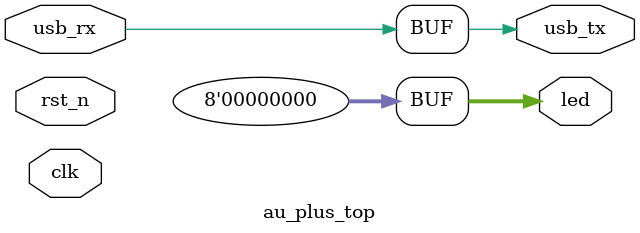
<source format=v>
module au_plus_top(
    input clk,              // 100MHz clock
    input rst_n,            // reset button (active low)
    output [7:0] led,       // 8 user controllable LEDs
    input usb_rx,           // USB->Serial input
    output usb_tx           // USB->Serial output
    );
    
    wire rst;
    
    // The reset conditioner is used to synchronize the reset signal to the FPGA
    // clock. This ensures the entire FPGA comes out of reset at the same time.
    reset_conditioner reset_conditioner(.clk(clk), .in(!rst_n), .out(rst));
    
    assign led = 8'h00;      // turn LEDs off

    assign usb_tx = usb_rx;  // echo the serial data
    
endmodule
</source>
